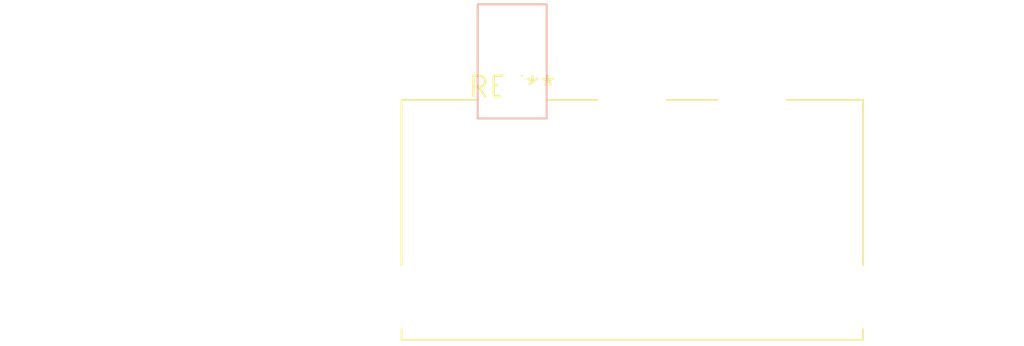
<source format=kicad_pcb>
(kicad_pcb (version 20240108) (generator pcbnew)
  (layers (0 "F.Cu" signal) (31 "B.Cu" signal) (34 "B.Paste" user) (35 "F.Paste" user) (36 "B.SilkS" user "B.Silkscreen") (37 "F.SilkS" user "F.Silkscreen") (38 "B.Mask" user) (39 "F.Mask" user) (44 "Edge.Cuts" user))
  (net 0 "")
  (footprint "Molex_Sabre_43160-1103_1x03_P7.49mm_Horizontal_ThermalVias" (layer "F.Cu") (at 0 0)
    (property "Reference" "REF**")
    (property "Value" "Molex_Sabre_43160-1103_1x03_P7.49mm_Horizontal_ThermalVias")
    (fp_line (start -2.15 -5.155) (end -2.15 1.975) (layer "B.SilkS") (stroke (width 0.12)))
    (fp_line (start -2.15 1.975) (end 2.15 1.975) (layer "B.SilkS") (stroke (width 0.12)))
    (fp_line (start 2.15 -5.155) (end -2.15 -5.155) (layer "B.SilkS") (stroke (width 0.12)))
    (fp_line (start 2.15 1.975) (end 2.15 -5.155) (layer "B.SilkS") (stroke (width 0.12)))
    (fp_line (start -6.9 0.815) (end -6.9 11.13) (layer "F.SilkS") (stroke (width 0.12)))
    (fp_line (start -6.9 15.13) (end -6.9 15.795) (layer "F.SilkS") (stroke (width 0.12)))
    (fp_line (start -6.9 15.795) (end 7.49 15.795) (layer "F.SilkS") (stroke (width 0.12)))
    (fp_line (start -2.15 0.815) (end -6.9 0.815) (layer "F.SilkS") (stroke (width 0.12)))
    (fp_line (start -2.15 0.815) (end -2.15 -4.895) (layer "F.SilkS") (stroke (width 0.12)))
    (fp_line (start 2.15 0.815) (end 5.34 0.815) (layer "F.SilkS") (stroke (width 0.12)))
    (fp_line (start 9.64 0.815) (end 12.83 0.815) (layer "F.SilkS") (stroke (width 0.12)))
    (fp_line (start 17.13 0.815) (end 21.88 0.815) (layer "F.SilkS") (stroke (width 0.12)))
    (fp_line (start 21.88 0.815) (end 21.88 11.13) (layer "F.SilkS") (stroke (width 0.12)))
    (fp_line (start 21.88 15.13) (end 21.88 15.795) (layer "F.SilkS") (stroke (width 0.12)))
    (fp_line (start 21.88 15.795) (end 7.49 15.795) (layer "F.SilkS") (stroke (width 0.12)))
    (pad "" thru_hole circle (at -4.75 13.13) (size 4 4) (drill 3) (layers *.Cu *.Mask) (remove_unused_layers))
    (pad "" thru_hole circle (at 19.73 13.13) (size 4 4) (drill 3) (layers *.Cu *.Mask) (remove_unused_layers))
    (pad "1" thru_hole rect (at -1.44 -4.445) (size 0.6 0.6) (drill 0.3) (layers *.Cu *.Mask) (remove_unused_layers))
    (pad "1" thru_hole rect (at -1.44 -3.0175) (size 0.6 0.6) (drill 0.3) (layers *.Cu *.Mask) (remove_unused_layers))
    (pad "1" thru_hole rect (at -1.44 -1.59) (size 0.6 0.6) (drill 0.3) (layers *.Cu *.Mask) (remove_unused_layers))
    (pad "1" thru_hole rect (at -1.44 -0.1625) (size 0.6 0.6) (drill 0.3) (layers *.Cu *.Mask) (remove_unused_layers))
    (pad "1" thru_hole rect (at -1.44 1.265) (size 0.6 0.6) (drill 0.3) (layers *.Cu *.Mask) (remove_unused_layers))
    (pad "1" thru_hole rect (at 0 -4.445) (size 0.6 0.6) (drill 0.3) (layers *.Cu *.Mask) (remove_unused_layers))
    (pad "1" thru_hole rect (at 0 -3.18) (size 3.78 3.43) (drill 1.78) (layers *.Cu *.Mask) (remove_unused_layers))
    (pad "1" thru_hole rect (at 0 -1.59) (size 0.6 0.6) (drill 0.3) (layers *.Cu *.Mask) (remove_unused_layers))
    (pad "1" thru_hole rect (at 0 0) (size 3.78 3.43) (drill 1.78) (layers *.Cu *.Mask) (remove_unused_layers))
    (pad "1" thru_hole rect (at 0 1.265) (size 0.6 0.6) (drill 0.3) (layers *.Cu *.Mask) (remove_unused_layers))
    (pad "1" thru_hole rect (at 1.44 -4.445) (size 0.6 0.6) (drill 0.3) (layers *.Cu *.Mask) (remove_unused_layers))
    (pad "1" thru_hole rect (at 1.44 -3.0175) (size 0.6 0.6) (drill 0.3) (layers *.Cu *.Mask) (remove_unused_layers))
    (pad "1" thru_hole rect (at 1.44 -1.59) (size 0.6 0.6) (drill 0.3) (layers *.Cu *.Mask) (remove_unused_layers))
    (pad "1" thru_hole rect (at 1.44 -0.1625) (size 0.6 0.6) (drill 0.3) (layers *.Cu *.Mask) (remove_unused_layers))
    (pad "1" thru_hole rect (at 1.44 1.265) (size 0.6 0.6) (drill 0.3) (layers *.Cu *.Mask) (remove_unused_layers))
    (pad "2" thru_hole circle (at 6.05 -4.445) (size 0.6 0.6) (drill 0.3) (layers *.Cu *.Mask) (remove_unused_layers))
    (pad "2" thru_hole circle (at 6.05 -3.0175) (size 0.6 0.6) (drill 0.3) (layers *.Cu *.Mask) (remove_unused_layers))
    (pad "2" thru_hole circle (at 6.05 -1.59) (size 0.6 0.6) (drill 0.3) (layers *.Cu *.Mask) (remove_unused_layers))
    (pad "2" thru_hole circle (at 6.05 -0.1625) (size 0.6 0.6) (drill 0.3) (layers *.Cu *.Mask) (remove_unused_layers))
    (pad "2" thru_hole circle (at 6.05 1.265) (size 0.6 0.6) (drill 0.3) (layers *.Cu *.Mask) (remove_unused_layers))
    (pad "2" thru_hole circle (at 7.49 -4.445) (size 0.6 0.6) (drill 0.3) (layers *.Cu *.Mask) (remove_unused_layers))
    (pad "2" thru_hole rect (at 7.49 -3.18) (size 3.78 3.43) (drill 1.78) (layers *.Cu *.Mask) (remove_unused_layers))
    (pad "2" thru_hole circle (at 7.49 -1.59) (size 0.6 0.6) (drill 0.3) (layers *.Cu *.Mask) (remove_unused_layers))
    (pad "2" thru_hole rect (at 7.49 0) (size 3.78 3.43) (drill 1.78) (layers *.Cu *.Mask) (remove_unused_layers))
    (pad "2" thru_hole circle (at 7.49 1.265) (size 0.6 0.6) (drill 0.3) (layers *.Cu *.Mask) (remove_unused_layers))
    (pad "2" thru_hole circle (at 8.93 -4.445) (size 0.6 0.6) (drill 0.3) (layers *.Cu *.Mask) (remove_unused_layers))
    (pad "2" thru_hole circle (at 8.93 -3.0175) (size 0.6 0.6) (drill 0.3) (layers *.Cu *.Mask) (remove_unused_layers))
    (pad "2" thru_hole circle (at 8.93 -1.59) (size 0.6 0.6) (drill 0.3) (layers *.Cu *.Mask) (remove_unused_layers))
    (pad "2" thru_hole circle (at 8.93 -0.1625) (size 0.6 0.6) (drill 0.3) (layers *.Cu *.Mask) (remove_unused_layers))
    (pad "2" thru_hole circle (at 8.93 1.265) (size 0.6 0.6) (drill 0.3) (layers *.Cu *.Mask) (remove_unused_layers))
    (pad "3" thru_hole circle (at 13.54 -4.445) (size 0.6 0.6) (drill 0.3) (layers *.Cu *.Mask) (remove_unused_layers))
    (pad "3" thru_hole circle (at 13.54 -3.0175) (size 0.6 0.6) (drill 0.3) (layers *.Cu *.Mask) (remove_unused_layers))
    (pad "3" thru_hole circle (at 13.54 -1.59) (size 0.6 0.6) (drill 0.3) (layers *.Cu *.Mask) (remove_unused_layers))
    (pad "3" thru_hole circle (at 13.54 -0.1625) (size 0.6 0.6) (drill 0.3) (layers *.Cu *.Mask) (remove_unused_layers))
    (pad "3" thru_hole circle (at 13.54 1.265) (size 0.6 0.6) (drill 0.3) (layers *.Cu *.Mask) (remove_unused_layers))
    (pad "3" thru_hole circle (at 14.98 -4.445) (size 0.6 0.6) (drill 0.3) (layers *.Cu *.Mask) (remove_unused_layers))
    (pad "3" thru_hole rect (at 14.98 -3.18) (size 3.78 3.43) (drill 1.78) (layers *.Cu *.Mask) (remove_unused_layers))
    (pad "3" thru_hole circle (at 14.98 -1.59) (size 0.6 0.6) (drill 0.3) (layers *.Cu *.Mask) (remove_unused_layers))
    (pad "3" thru_hole rect (at 14.98 0) (size 3.78 3.43) (drill 1.78) (layers *.Cu *.Mask) (remove_unused_layers))
    (pad "3" thru_hole circle (at 14.98 1.265) (size 0.6 0.6) (drill 0.3) (layers *.Cu *.Mask) (remove_unused_layers))
    (pad "3" thru_hole circle (at 16.42 -4.445) (size 0.6 0.6) (drill 0.3) (layers *.Cu *.Mask) (remove_unused_layers))
    (pad "3" thru_hole circle (at 16.42 -3.0175) (size 0.6 0.6) (drill 0.3) (layers *.Cu *.Mask) (remove_unused_layers))
    (pad "3" thru_hole circle (at 16.42 -1.59) (size 0.6 0.6) (drill 0.3) (layers *.Cu *.Mask) (remove_unused_layers))
    (pad "3" thru_hole circle (at 16.42 -0.1625) (size 0.6 0.6) (drill 0.3) (layers *.Cu *.Mask) (remove_unused_layers))
    (pad "3" thru_hole circle (at 16.42 1.265) (size 0.6 0.6) (drill 0.3) (layers *.Cu *.Mask) (remove_unused_layers))
  )
)
</source>
